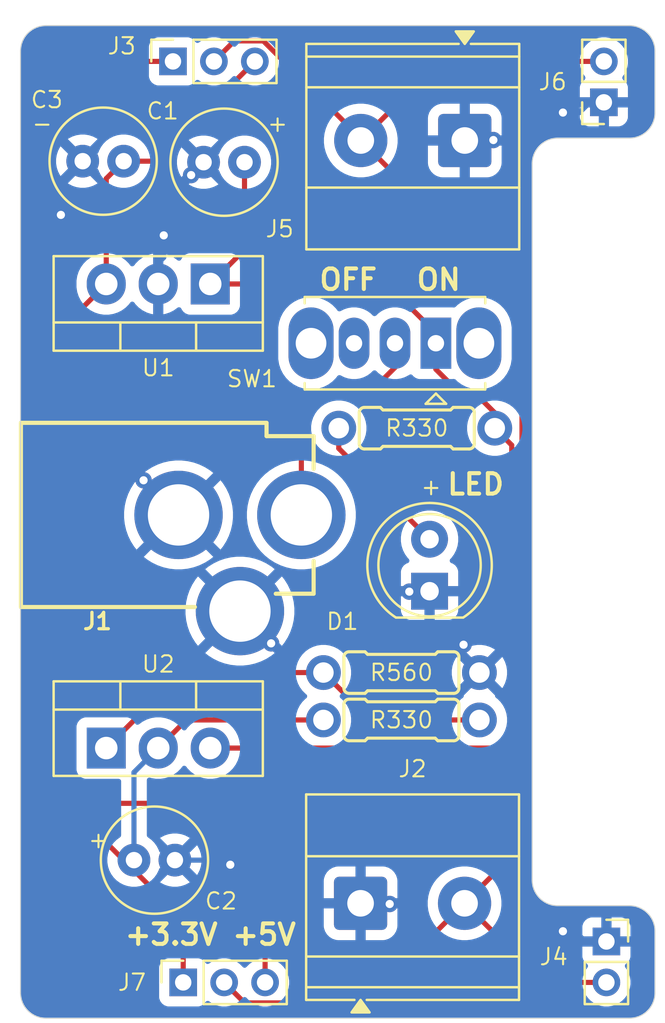
<source format=kicad_pcb>
(kicad_pcb (version 20241229) (generator "pcbnew") (generator_version "9.0")
  (layers (0 "F.Cu" signal) (2 "B.Cu" signal) (13 "F.Paste" user) (15 "B.Paste" user) (5 "F.SilkS" user "F.Silkscreen") (7 "B.SilkS" user "B.Silkscreen") (1 "F.Mask" user) (3 "B.Mask" user) (25 "Edge.Cuts" user))
  (net 0 "")
  (net 1 "GND")
  (net 2 "/+12V")
  (net 3 "/+3.3V")
  (net 4 "/+5V")
  (net 5 "Net-(D1-A)")
  (net 6 "/PWR_IN")
  (net 7 "/PWR_OUT")
  (net 8 "Net-(U2-ADJ)")
  (footprint "Capacitor_THT:C_Radial_D5.0mm_H11.0mm_P2.00mm" (layer "F.Cu") (at 126.04 92.875 180)
    (property "Reference" "C3" (at 3.75 3 0) (layer "F.SilkS") (effects (font (size 0.8 0.8) (thickness 0.1))))
    (property "Value" "0.1UF" (hide yes))
    (fp_circle (center 1 0) (end 3.620001 0) (stroke (width 0.12)) (fill no) (layer "F.SilkS"))
    (pad "1" thru_hole circle (at 0 0 180) (size 1.6 1.6) (drill 0.8) (layers "*.Cu" "*.Mask") (net 4 "/+5V"))
    (pad "2" thru_hole circle (at 2.000001 0 180) (size 1.6 1.6) (drill 0.8) (layers "*.Cu" "*.Mask") (net 1 "GND"))
  )
  (footprint "Connector_PinSocket_2.00mm:PinSocket_1x03_P2.00mm_Vertical" (layer "F.Cu") (at 128.95 133 90)
    (property "Reference" "J7" (at 0 -2.5 180) (layer "F.SilkS") (effects (font (size 0.8 0.8) (thickness 0.1))))
    (property "Value" "Conn_01x03_Pin" (hide yes))
    (fp_line (start 1.06 -1.06) (end 1.06 0) (stroke (width 0.12)) (layer "F.SilkS"))
    (fp_line (start 0 -1.06) (end 1.06 -1.06) (stroke (width 0.12)) (layer "F.SilkS"))
    (fp_line (start 1.06 1) (end 1.06 5.06) (stroke (width 0.12)) (layer "F.SilkS"))
    (fp_line (start -1.06 1) (end 1.06 1) (stroke (width 0.12)) (layer "F.SilkS"))
    (fp_line (start -1.06 1) (end -1.06 5.06) (stroke (width 0.12)) (layer "F.SilkS"))
    (fp_line (start -1.06 5.06) (end 1.06 5.06) (stroke (width 0.12)) (layer "F.SilkS"))
    (pad "1" thru_hole rect (at 0 0 90) (size 1.35 1.35) (drill 0.8) (layers "*.Cu" "*.Mask") (net 3 "/+3.3V"))
    (pad "2" thru_hole circle (at 0 2.000001 90) (size 1.35 1.35) (drill 0.8) (layers "*.Cu" "*.Mask") (net 7 "/PWR_OUT"))
    (pad "3" thru_hole circle (at 0 4 90) (size 1.35 1.35) (drill 0.8) (layers "*.Cu" "*.Mask") (net 4 "/+5V"))
  )
  (footprint "Package_TO_SOT_THT:TO-220-3_Vertical" (layer "F.Cu") (at 125.19 121.55)
    (property "Reference" "U2" (at 2.54 -4.1 0) (layer "F.SilkS") (effects (font (size 0.8 0.8) (thickness 0.1))))
    (property "Value" "LM317_TO-220" (hide yes))
    (fp_line (start -2.57 -3.260001) (end 7.65 -3.26) (stroke (width 0.12)) (layer "F.SilkS"))
    (fp_line (start -2.57 -1.88) (end 7.65 -1.88) (stroke (width 0.12)) (layer "F.SilkS"))
    (fp_line (start -2.57 1.36) (end -2.57 -3.260001) (stroke (width 0.12)) (layer "F.SilkS"))
    (fp_line (start 0.69 -3.26) (end 0.69 -1.88) (stroke (width 0.12)) (layer "F.SilkS"))
    (fp_line (start 4.39 -3.26) (end 4.39 -1.88) (stroke (width 0.12)) (layer "F.SilkS"))
    (fp_line (start 7.65 -3.26) (end 7.65 1.36) (stroke (width 0.12)) (layer "F.SilkS"))
    (fp_line (start 7.65 1.36) (end -2.57 1.36) (stroke (width 0.12)) (layer "F.SilkS"))
    (pad "1" thru_hole rect (at 0 0) (size 1.905 2) (drill 1.1) (layers "*.Cu" "*.Mask") (net 8 "Net-(U2-ADJ)"))
    (pad "2" thru_hole oval (at 2.54 0) (size 1.905 2) (drill 1.1) (layers "*.Cu" "*.Mask") (net 3 "/+3.3V"))
    (pad "3" thru_hole oval (at 5.079999 0) (size 1.905 2) (drill 1.1) (layers "*.Cu" "*.Mask") (net 2 "/+12V"))
  )
  (footprint "KRS_Library:Resistor_14w" (layer "F.Cu") (at 140.360282 105.920275 180)
    (property "Reference" "R330" (at 0 0 0) (layer "F.SilkS") (effects (font (size 0.8 0.8) (thickness 0.1))))
    (property "Value" "330" (hide yes))
    (fp_line (start 2.81 0.761999) (end 2.81 -0.761999) (stroke (width 0.1524)) (layer "F.SilkS"))
    (fp_line (start 1.777999 1.016) (end 2.555999 1.016) (stroke (width 0.1524)) (layer "F.SilkS"))
    (fp_line (start 1.777999 -1.016) (end 2.555999 -1.016) (stroke (width 0.1524)) (layer "F.SilkS"))
    (fp_line (start 1.651 0.889) (end 1.777999 1.016) (stroke (width 0.1524)) (layer "F.SilkS"))
    (fp_line (start 1.651 0.889) (end -1.651 0.889) (stroke (width 0.1524)) (layer "F.SilkS"))
    (fp_line (start 1.651 -0.889) (end 1.777999 -1.016) (stroke (width 0.1524)) (layer "F.SilkS"))
    (fp_line (start 1.651 -0.889) (end -1.651 -0.889) (stroke (width 0.1524)) (layer "F.SilkS"))
    (fp_line (start -1.651 0.889) (end -1.777999 1.016) (stroke (width 0.1524)) (layer "F.SilkS"))
    (fp_line (start -1.651 -0.889) (end -1.777999 -1.016) (stroke (width 0.1524)) (layer "F.SilkS"))
    (fp_line (start -2.555999 1.016) (end -1.777999 1.016) (stroke (width 0.1524)) (layer "F.SilkS"))
    (fp_line (start -2.555999 -1.016) (end -1.777999 -1.016) (stroke (width 0.1524)) (layer "F.SilkS"))
    (fp_line (start -2.81 0.761999) (end -2.81 -0.761999) (stroke (width 0.1524)) (layer "F.SilkS"))
    (fp_arc (start 2.81 0.761999) (mid 2.735605 0.941605) (end 2.555999 1.016) (stroke (width 0.1524)) (layer "F.SilkS"))
    (fp_arc (start 2.555999 -1.016) (mid 2.735605 -0.941605) (end 2.81 -0.761999) (stroke (width 0.1524)) (layer "F.SilkS"))
    (fp_arc (start -2.555999 1.016) (mid -2.735605 0.941605) (end -2.81 0.761999) (stroke (width 0.1524)) (layer "F.SilkS"))
    (fp_arc (start -2.81 -0.761999) (mid -2.735605 -0.941605) (end -2.555999 -1.016) (stroke (width 0.1524)) (layer "F.SilkS"))
    (pad "1" thru_hole circle (at -3.81 0 180) (size 1.7 1.7) (drill 1) (layers "*.Cu" "*.Mask") (net 2 "/+12V"))
    (pad "2" thru_hole circle (at 3.81 0 180) (size 1.7 1.7) (drill 1) (layers "*.Cu" "*.Mask") (net 5 "Net-(D1-A)"))
  )
  (footprint "Capacitor_THT:C_Radial_D5.0mm_H11.0mm_P2.00mm" (layer "F.Cu") (at 126.545 127.025)
    (property "Reference" "C2" (at 4.25 2 0) (layer "F.SilkS") (effects (font (size 0.8 0.8) (thickness 0.1))))
    (property "Value" "1UF" (hide yes))
    (fp_circle (center 1 0) (end 3.62 0) (stroke (width 0.12)) (fill no) (layer "F.SilkS"))
    (pad "1" thru_hole circle (at 0 0) (size 1.6 1.6) (drill 0.8) (layers "*.Cu" "*.Mask") (net 3 "/+3.3V"))
    (pad "2" thru_hole circle (at 2 0) (size 1.6 1.6) (drill 0.8) (layers "*.Cu" "*.Mask") (net 1 "GND"))
  )
  (footprint "Connector_PinSocket_2.00mm:PinSocket_1x03_P2.00mm_Vertical" (layer "F.Cu") (at 128.45 88 90)
    (property "Reference" "J3" (at 0.75 -2.5 180) (layer "F.SilkS") (effects (font (size 0.8 0.8) (thickness 0.1))))
    (property "Value" "Conn_01x03_Pin" (hide yes))
    (fp_line (start 1.06 -1.06) (end 1.06 0) (stroke (width 0.12)) (layer "F.SilkS"))
    (fp_line (start 0 -1.06) (end 1.06 -1.06) (stroke (width 0.12)) (layer "F.SilkS"))
    (fp_line (start 1.06 1) (end 1.06 5.06) (stroke (width 0.12)) (layer "F.SilkS"))
    (fp_line (start -1.06 1) (end 1.06 1) (stroke (width 0.12)) (layer "F.SilkS"))
    (fp_line (start -1.06 1) (end -1.06 5.06) (stroke (width 0.12)) (layer "F.SilkS"))
    (fp_line (start -1.06 5.06) (end 1.06 5.06) (stroke (width 0.12)) (layer "F.SilkS"))
    (pad "1" thru_hole rect (at 0 0 90) (size 1.35 1.35) (drill 0.8) (layers "*.Cu" "*.Mask") (net 3 "/+3.3V"))
    (pad "2" thru_hole circle (at 0 2.000001 90) (size 1.35 1.35) (drill 0.8) (layers "*.Cu" "*.Mask") (net 7 "/PWR_OUT"))
    (pad "3" thru_hole circle (at 0 4 90) (size 1.35 1.35) (drill 0.8) (layers "*.Cu" "*.Mask") (net 4 "/+5V"))
  )
  (footprint "Capacitor_THT:C_Radial_D5.0mm_H11.0mm_P2.00mm" (layer "F.Cu") (at 131.945 92.925 180)
    (property "Reference" "C1" (at 4 2.5 0) (layer "F.SilkS") (effects (font (size 0.8 0.8) (thickness 0.1))))
    (property "Value" "10UF" (hide yes))
    (fp_circle (center 1 0) (end 3.620001 0) (stroke (width 0.12)) (fill no) (layer "F.SilkS"))
    (pad "1" thru_hole circle (at 0 0 180) (size 1.6 1.6) (drill 0.8) (layers "*.Cu" "*.Mask") (net 2 "/+12V"))
    (pad "2" thru_hole circle (at 2.000001 0 180) (size 1.6 1.6) (drill 0.8) (layers "*.Cu" "*.Mask") (net 1 "GND"))
  )
  (footprint "Button_Switch_THT:SW_Slide_SPDT_Straight_CK_OS102011MS2Q" (layer "F.Cu") (at 141.295001 101.77 180)
    (property "Reference" "SW1" (at 8.99 -1.74 0) (layer "F.SilkS") (effects (font (size 0.8 0.8) (thickness 0.1))))
    (property "Value" "SW_SPDT" (hide yes))
    (fp_line (start 6.41 2.26) (end 6.41 1.95) (stroke (width 0.12)) (layer "F.SilkS"))
    (fp_line (start 6.41 2.26) (end -2.41 2.26) (stroke (width 0.12)) (layer "F.SilkS"))
    (fp_line (start 6.41 -2.26) (end 6.41 -1.95) (stroke (width 0.12)) (layer "F.SilkS"))
    (fp_line (start 0.499999 -2.96) (end -0.499999 -2.96) (stroke (width 0.12)) (layer "F.SilkS"))
    (fp_line (start 0 -2.46) (end 0.499999 -2.96) (stroke (width 0.12)) (layer "F.SilkS"))
    (fp_line (start -0.499999 -2.96) (end 0 -2.46) (stroke (width 0.12)) (layer "F.SilkS"))
    (fp_line (start -2.41 2.26) (end -2.41 1.95) (stroke (width 0.12)) (layer "F.SilkS"))
    (fp_line (start -2.41 -1.95) (end -2.41 -2.26) (stroke (width 0.12)) (layer "F.SilkS"))
    (fp_line (start -2.41 -2.26) (end 6.41 -2.26) (stroke (width 0.12)) (layer "F.SilkS"))
    (pad "" thru_hole oval (at -2.1 0 180) (size 2.2 3.5) (drill 1.5) (layers "*.Cu" "*.Mask"))
    (pad "" thru_hole oval (at 6.099999 0 180) (size 2.2 3.5) (drill 1.5) (layers "*.Cu" "*.Mask"))
    (pad "1" thru_hole rect (at 0 0 180) (size 1.5 2.5) (drill 0.8) (layers "*.Cu" "*.Mask") (net 2 "/+12V"))
    (pad "2" thru_hole oval (at 2.000001 0 180) (size 1.5 2.5) (drill 0.8) (layers "*.Cu" "*.Mask") (net 6 "/PWR_IN"))
    (pad "3" thru_hole oval (at 4 0 180) (size 1.5 2.5) (drill 0.8) (layers "*.Cu" "*.Mask"))
  )
  (footprint "KRS_Library:Resistor_14w" (layer "F.Cu") (at 139.610001 117.861)
    (property "Reference" "R560" (at 0 0 0) (layer "F.SilkS") (effects (font (size 0.8 0.8) (thickness 0.1))))
    (property "Value" "560" (hide yes))
    (fp_line (start -2.81 0.762) (end -2.81 -0.762) (stroke (width 0.1524)) (layer "F.SilkS"))
    (fp_line (start -2.556 -1.016) (end -1.778 -1.016) (stroke (width 0.1524)) (layer "F.SilkS"))
    (fp_line (start -2.556 1.016) (end -1.778 1.016) (stroke (width 0.1524)) (layer "F.SilkS"))
    (fp_line (start -1.651 -0.889) (end -1.778 -1.016) (stroke (width 0.1524)) (layer "F.SilkS"))
    (fp_line (start -1.651 0.889) (end -1.778 1.016) (stroke (width 0.1524)) (layer "F.SilkS"))
    (fp_line (start 1.651 -0.889) (end -1.651 -0.889) (stroke (width 0.1524)) (layer "F.SilkS"))
    (fp_line (start 1.651 -0.889) (end 1.778 -1.016) (stroke (width 0.1524)) (layer "F.SilkS"))
    (fp_line (start 1.651 0.889) (end -1.651 0.889) (stroke (width 0.1524)) (layer "F.SilkS"))
    (fp_line (start 1.651 0.889) (end 1.778 1.016) (stroke (width 0.1524)) (layer "F.SilkS"))
    (fp_line (start 1.778 -1.016) (end 2.556 -1.016) (stroke (width 0.1524)) (layer "F.SilkS"))
    (fp_line (start 1.778 1.016) (end 2.556 1.016) (stroke (width 0.1524)) (layer "F.SilkS"))
    (fp_line (start 2.81 0.762) (end 2.81 -0.762) (stroke (width 0.1524)) (layer "F.SilkS"))
    (fp_arc (start -2.81 -0.762) (mid -2.735605 -0.941605) (end -2.556 -1.016) (stroke (width 0.1524)) (layer "F.SilkS"))
    (fp_arc (start -2.556 1.016) (mid -2.735605 0.941605) (end -2.81 0.762) (stroke (width 0.1524)) (layer "F.SilkS"))
    (fp_arc (start 2.556 -1.016) (mid 2.735605 -0.941605) (end 2.81 -0.762) (stroke (width 0.1524)) (layer "F.SilkS"))
    (fp_arc (start 2.81 0.762) (mid 2.735605 0.941605) (end 2.556 1.016) (stroke (width 0.1524)) (layer "F.SilkS"))
    (pad "1" thru_hole circle (at -3.81 0) (size 1.7 1.7) (drill 1) (layers "*.Cu" "*.Mask") (net 8 "Net-(U2-ADJ)"))
    (pad "2" thru_hole circle (at 3.81 0) (size 1.7 1.7) (drill 1) (layers "*.Cu" "*.Mask") (net 1 "GND"))
  )
  (footprint "TerminalBlock_Phoenix:TerminalBlock_Phoenix_MKDS-1,5-2-5.08_1x02_P5.08mm_Horizontal" (layer "F.Cu") (at 142.705001 91.865 180)
    (property "Reference" "J5" (at 9.04 -4.32 0) (layer "F.SilkS") (effects (font (size 0.8 0.8) (thickness 0.1))))
    (property "Value" "3.5mm" (hide yes))
    (fp_line (start 7.74 -5.320001) (end 7.739999 4.72) (stroke (width 0.12)) (layer "F.SilkS"))
    (fp_line (start 7.739999 4.72) (end 0.3 4.72) (stroke (width 0.12)) (layer "F.SilkS"))
    (fp_line (start -0.3 4.72) (end -2.66 4.72) (stroke (width 0.12)) (layer "F.SilkS"))
    (fp_line (start -2.66 4.72) (end -2.66 -5.32) (stroke (width 0.12)) (layer "F.SilkS"))
    (fp_line (start -2.66 4.1) (end 7.74 4.1) (stroke (width 0.12)) (layer "F.SilkS"))
    (fp_line (start -2.66 2.600001) (end 7.74 2.6) (stroke (width 0.12)) (layer "F.SilkS"))
    (fp_line (start -2.66 -2.300001) (end 7.74 -2.3) (stroke (width 0.12)) (layer "F.SilkS"))
    (fp_line (start -2.66 -5.32) (end 7.74 -5.320001) (stroke (width 0.12)) (layer "F.SilkS"))
    (fp_poly (pts (xy 0 4.72) (xy 0.44 5.33) (xy -0.44 5.33)) (stroke (width 0.12)) (fill yes) (layer "F.SilkS"))
    (pad "1" thru_hole roundrect (at 0 0 180) (size 2.6 2.6) (drill 1.3) (layers "*.Cu" "*.Mask") (roundrect_rratio 0.096154) (net 1 "GND"))
    (pad "2" thru_hole circle (at 5.079999 0 180) (size 2.6 2.6) (drill 1.3) (layers "*.Cu" "*.Mask") (net 7 "/PWR_OUT"))
  )
  (footprint "Package_TO_SOT_THT:TO-220-3_Vertical" (layer "F.Cu") (at 130.27 98.875 180)
    (property "Reference" "U1" (at 2.54 -4.1 0) (layer "F.SilkS") (effects (font (size 0.8 0.8) (thickness 0.1))))
    (property "Value" "LM7805_TO220" (hide yes))
    (fp_line (start 7.65 1.36) (end -2.57 1.36) (stroke (width 0.12)) (layer "F.SilkS"))
    (fp_line (start 7.65 -3.26) (end 7.65 1.36) (stroke (width 0.12)) (layer "F.SilkS"))
    (fp_line (start 4.39 -3.26) (end 4.39 -1.88) (stroke (width 0.12)) (layer "F.SilkS"))
    (fp_line (start 0.69 -3.26) (end 0.69 -1.88) (stroke (width 0.12)) (layer "F.SilkS"))
    (fp_line (start -2.57 1.36) (end -2.57 -3.260001) (stroke (width 0.12)) (layer "F.SilkS"))
    (fp_line (start -2.57 -1.88) (end 7.65 -1.88) (stroke (width 0.12)) (layer "F.SilkS"))
    (fp_line (start -2.57 -3.260001) (end 7.65 -3.26) (stroke (width 0.12)) (layer "F.SilkS"))
    (pad "1" thru_hole rect (at 0 0 180) (size 1.905 2) (drill 1.1) (layers "*.Cu" "*.Mask") (net 2 "/+12V"))
    (pad "2" thru_hole oval (at 2.54 0 180) (size 1.905 2) (drill 1.1) (layers "*.Cu" "*.Mask") (net 1 "GND"))
    (pad "3" thru_hole oval (at 5.079999 0 180) (size 1.905 2) (drill 1.1) (layers "*.Cu" "*.Mask") (net 4 "/+5V"))
  )
  (footprint "Connector_PinSocket_2.00mm:PinSocket_1x02_P2.00mm_Vertical" (layer "F.Cu") (at 149.5 90 180)
    (property "Reference" "J6" (at 2.5 1 0) (layer "F.SilkS") (effects (font (size 0.8 0.8) (thickness 0.1))))
    (property "Value" "Conn_01x02_Pin" (hide yes))
    (fp_line (start 1.06 1) (end 1.06 3.06) (stroke (width 0.12)) (layer "F.SilkS"))
    (fp_line (start 1.06 -1.06) (end 1.06 0) (stroke (width 0.12)) (layer "F.SilkS"))
    (fp_line (start 0 -1.06) (end 1.06 -1.06) (stroke (width 0.12)) (layer "F.SilkS"))
    (fp_line (start -1.06 3.06) (end 1.06 3.06) (stroke (width 0.12)) (layer "F.SilkS"))
    (fp_line (start -1.06 1) (end 1.06 1) (stroke (width 0.12)) (layer "F.SilkS"))
    (fp_line (start -1.06 1) (end -1.06 3.06) (stroke (width 0.12)) (layer "F.SilkS"))
    (pad "1" thru_hole rect (at 0 0 180) (size 1.35 1.35) (drill 0.8) (layers "*.Cu" "*.Mask") (net 1 "GND"))
    (pad "2" thru_hole circle (at 0 2.000001 180) (size 1.35 1.35) (drill 0.8) (layers "*.Cu" "*.Mask") (net 7 "/PWR_OUT"))
  )
  (footprint "SparkFun-Connector:Barrel_Jack_PTH" (layer "F.Cu") (at 121.0216 110.159 -90)
    (property "Reference" "J1" (at 4.73 -4.527999 180) (layer "F.SilkS") (effects (font (size 0.8 0.8) (thickness 0.16) (bold yes)) (justify right top)))
    (property "Value" "Barrel_Jack_PTH" (hide yes))
    (fp_line (start 4.500001 0) (end -4.500001 0) (stroke (width 0.2032)) (layer "F.SilkS"))
    (fp_line (start 4.500001 0) (end 4.5 -8.5) (stroke (width 0.2032)) (layer "F.SilkS"))
    (fp_line (start -3.85 -11.999999) (end -3.85 -14.3) (stroke (width 0.2032)) (layer "F.SilkS"))
    (fp_line (start -4.5 -12) (end -4.500001 0) (stroke (width 0.2032)) (layer "F.SilkS"))
    (fp_line (start -4.5 -12) (end -3.85 -11.999999) (stroke (width 0.2032)) (layer "F.SilkS"))
    (fp_line (start -3.85 -14.3) (end -2.25 -14.3) (stroke (width 0.2032)) (layer "F.SilkS"))
    (fp_line (start 3.85 -14.3) (end 3.850001 -12.45) (stroke (width 0.2032)) (layer "F.SilkS"))
    (fp_line (start 3.85 -14.3) (end 2.25 -14.3) (stroke (width 0.2032)) (layer "F.SilkS"))
    (pad "1" thru_hole circle (at 0 -13.7 270) (size 4.318 4.318) (drill 2.9972) (layers "*.Cu" "*.Mask") (net 6 "/PWR_IN"))
    (pad "2" thru_hole circle (at 0 -7.7 270) (size 4.318 4.318) (drill 2.9972) (layers "*.Cu" "*.Mask") (net 1 "GND"))
    (pad "3" thru_hole circle (at 4.699999 -10.7) (size 4.318 4.318) (drill 2.9972) (layers "*.Cu" "*.Mask") (net 1 "GND"))
  )
  (footprint "Connector_PinSocket_2.00mm:PinSocket_1x02_P2.00mm_Vertical" (layer "F.Cu") (at 149.625 131)
    (property "Reference" "J4" (at -2.575 0.75 0) (layer "F.SilkS") (effects (font (size 0.8 0.8) (thickness 0.1))))
    (property "Value" "Conn_01x02_Pin" (hide yes))
    (fp_line (start -1.06 1) (end -1.06 3.06) (stroke (width 0.12)) (layer "F.SilkS"))
    (fp_line (start -1.06 1) (end 1.06 1) (stroke (width 0.12)) (layer "F.SilkS"))
    (fp_line (start -1.06 3.06) (end 1.06 3.06) (stroke (width 0.12)) (layer "F.SilkS"))
    (fp_line (start 0 -1.06) (end 1.06 -1.06) (stroke (width 0.12)) (layer "F.SilkS"))
    (fp_line (start 1.06 -1.06) (end 1.06 0) (stroke (width 0.12)) (layer "F.SilkS"))
    (fp_line (start 1.06 1) (end 1.06 3.06) (stroke (width 0.12)) (layer "F.SilkS"))
    (pad "1" thru_hole rect (at 0 0) (size 1.35 1.35) (drill 0.8) (layers "*.Cu" "*.Mask") (net 1 "GND"))
    (pad "2" thru_hole circle (at 0 2) (size 1.35 1.35) (drill 0.8) (layers "*.Cu" "*.Mask") (net 7 "/PWR_OUT"))
  )
  (footprint "LED_THT:LED_D5.0mm_FlatTop" (layer "F.Cu") (at 140.985 113.885 90)
    (property "Reference" "D1" (at -1.48 -4.26 180) (layer "F.SilkS") (effects (font (size 0.8 0.8) (thickness 0.1))))
    (property "Value" "LED" (hide yes))
    (fp_line (start -1.29 -1.64) (end -1.29 1.64) (stroke (width 0.12)) (layer "F.SilkS"))
    (fp_arc (start -1.29 -1.639512) (mid 2.124166 -2.917533) (end 4.31 0) (stroke (width 0.12)) (layer "F.SilkS"))
    (fp_arc (start 4.31 0) (mid 2.124166 2.917533) (end -1.29 1.639512) (stroke (width 0.12)) (layer "F.SilkS"))
    (fp_circle (center 1.270001 0) (end 3.770001 0) (stroke (width 0.12)) (fill no) (layer "F.SilkS"))
    (pad "1" thru_hole rect (at 0 0 90) (size 1.8 1.8) (drill 0.9) (layers "*.Cu" "*.Mask") (net 1 "GND"))
    (pad "2" thru_hole circle (at 2.54 0 90) (size 1.8 1.8) (drill 0.9) (layers "*.Cu" "*.Mask") (net 5 "Net-(D1-A)"))
  )
  (footprint "TerminalBlock_Phoenix:TerminalBlock_Phoenix_MKDS-1,5-2-5.08_1x02_P5.08mm_Horizontal" (layer "F.Cu") (at 137.615001 129.135)
    (property "Reference" "J2" (at 2.54 -6.57 0) (layer "F.SilkS") (effects (font (size 0.8 0.8) (thickness 0.1))))
    (property "Value" "3.5mm" (hide yes))
    (fp_line (start -2.66 -5.32) (end 7.74 -5.32) (stroke (width 0.12)) (layer "F.SilkS"))
    (fp_line (start -2.66 -2.3) (end 7.74 -2.3) (stroke (width 0.12)) (layer "F.SilkS"))
    (fp_line (start -2.66 2.6) (end 7.74 2.6) (stroke (width 0.12)) (layer "F.SilkS"))
    (fp_line (start -2.66 4.1) (end 7.74 4.1) (stroke (width 0.12)) (layer "F.SilkS"))
    (fp_line (start -2.66 4.72) (end -2.66 -5.32) (stroke (width 0.12)) (layer "F.SilkS"))
    (fp_line (start -0.3 4.72) (end -2.66 4.72) (stroke (width 0.12)) (layer "F.SilkS"))
    (fp_line (start 7.74 -5.32) (end 7.74 4.72) (stroke (width 0.12)) (layer "F.SilkS"))
    (fp_line (start 7.74 4.72) (end 0.3 4.72) (stroke (width 0.12)) (layer "F.SilkS"))
    (fp_poly (pts (xy 0 4.72) (xy 0.44 5.33) (xy -0.44 5.33)) (stroke (width 0.12)) (fill yes) (layer "F.SilkS"))
    (pad "1" thru_hole roundrect (at 0 0) (size 2.6 2.6) (drill 1.3) (layers "*.Cu" "*.Mask") (roundrect_rratio 0.096154) (net 1 "GND"))
    (pad "2" thru_hole circle (at 5.08 0) (size 2.6 2.6) (drill 1.3) (layers "*.Cu" "*.Mask") (net 7 "/PWR_OUT"))
  )
  (footprint "KRS_Library:Resistor_14w" (layer "F.Cu") (at 139.610001 120.1766)
    (property "Reference" "R330" (at 0 0 0) (layer "F.SilkS") (effects (font (size 0.8 0.8) (thickness 0.1))))
    (property "Value" "330" (hide yes))
    (fp_line (start -2.81 0.762) (end -2.81 -0.762) (stroke (width 0.1524)) (layer "F.SilkS"))
    (fp_line (start -2.556 -1.016) (end -1.778 -1.016) (stroke (width 0.1524)) (layer "F.SilkS"))
    (fp_line (start -2.556 1.016) (end -1.778 1.016) (stroke (width 0.1524)) (layer "F.SilkS"))
    (fp_line (start -1.651 -0.889) (end -1.778 -1.016) (stroke (width 0.1524)) (layer "F.SilkS"))
    (fp_line (start -1.651 0.889) (end -1.778 1.016) (stroke (width 0.1524)) (layer "F.SilkS"))
    (fp_line (start 1.651 -0.889) (end -1.651 -0.889) (stroke (width 0.1524)) (layer "F.SilkS"))
    (fp_line (start 1.651 -0.889) (end 1.778 -1.016) (stroke (width 0.1524)) (layer "F.SilkS"))
    (fp_line (start 1.651 0.889) (end -1.651 0.889) (stroke (width 0.1524)) (layer "F.SilkS"))
    (fp_line (start 1.651 0.889) (end 1.778 1.016) (stroke (width 0.1524)) (layer "F.SilkS"))
    (fp_line (start 1.778 -1.016) (end 2.556 -1.016) (stroke (width 0.1524)) (layer "F.SilkS"))
    (fp_line (start 1.778 1.016) (end 2.556 1.016) (stroke (width 0.1524)) (layer "F.SilkS"))
    (fp_line (start 2.81 0.762) (end 2.81 -0.762) (stroke (width 0.1524)) (layer "F.SilkS"))
    (fp_arc (start -2.81 -0.762) (mid -2.735605 -0.941605) (end -2.556 -1.016) (stroke (width 0.1524)) (layer "F.SilkS"))
    (fp_arc (start -2.556 1.016) (mid -2.735605 0.941605) (end -2.81 0.762) (stroke (width 0.1524)) (layer "F.SilkS"))
    (fp_arc (start 2.556 -1.016) (mid 2.735605 -0.941605) (end 2.81 -0.762) (stroke (width 0.1524)) (layer "F.SilkS"))
    (fp_arc (start 2.81 0.762) (mid 2.735605 0.941605) (end 2.556 1.016) (stroke (width 0.1524)) (layer "F.SilkS"))
    (pad "1" thru_hole circle (at -3.81 0) (size 1.7 1.7) (drill 1) (layers "*.Cu" "*.Mask") (net 3 "/+3.3V"))
    (pad "2" thru_hole circle (at 3.81 0) (size 1.7 1.7) (drill 1) (layers "*.Cu" "*.Mask") (net 8 "Net-(U2-ADJ)"))
  )
  (gr_arc (start 122.25 134.75) (mid 121.366117 134.383883) (end 121 133.5) (stroke (width 0.05)) (layer "Edge.Cuts"))
  (gr_line (start 147.25 91.75) (end 150.75 91.75) (stroke (width 0.05)) (layer "Edge.Cuts"))
  (gr_arc (start 152 133.5) (mid 151.633883 134.383883) (end 150.75 134.75) (stroke (width 0.05)) (layer "Edge.Cuts"))
  (gr_line (start 122.25 134.75) (end 150.75 134.75) (stroke (width 0.05)) (layer "Edge.Cuts"))
  (gr_line (start 150.75 129.25) (end 147.25 129.25) (stroke (width 0.05)) (layer "Edge.Cuts"))
  (gr_line (start 152 133.5) (end 152 130.5) (stroke (width 0.05)) (layer "Edge.Cuts"))
  (gr_arc (start 121 87.5) (mid 121.366117 86.616117) (end 122.25 86.25) (stroke (width 0.05)) (layer "Edge.Cuts"))
  (gr_line (start 152 90.5) (end 152 87.5) (stroke (width 0.05)) (layer "Edge.Cuts"))
  (gr_line (start 121 87.5) (end 121 133.5) (stroke (width 0.05)) (layer "Edge.Cuts"))
  (gr_line (start 146 128) (end 146 93) (stroke (width 0.05)) (layer "Edge.Cuts"))
  (gr_arc (start 150.75 86.25) (mid 151.633883 86.616117) (end 152 87.5) (stroke (width 0.05)) (layer "Edge.Cuts"))
  (gr_arc (start 147.25 129.25) (mid 146.366117 128.883883) (end 146 128) (stroke (width 0.05)) (layer "Edge.Cuts"))
  (gr_arc (start 150.75 129.25) (mid 151.633883 129.616117) (end 152 130.5) (stroke (width 0.05)) (layer "Edge.Cuts"))
  (gr_arc (start 152 90.5) (mid 151.633883 91.383883) (end 150.75 91.75) (stroke (width 0.05)) (layer "Edge.Cuts"))
  (gr_arc (start 146 93) (mid 146.366117 92.116117) (end 147.25 91.75) (stroke (width 0.05)) (layer "Edge.Cuts"))
  (gr_line (start 150.75 86.25) (end 122.25 86.25) (stroke (width 0.05)) (layer "Edge.Cuts"))
  (gr_text "ON" (at 140.25 99.25 0) (layer "F.SilkS") (effects (font (size 1 1) (thickness 0.2) (bold yes)) (justify left bottom)))
  (gr_text "-" (at 121.5 91.5 0) (layer "F.SilkS") (effects (font (size 0.8 0.8) (thickness 0.1)) (justify left bottom)))
  (gr_text "+" (at 124.25 126.5 0) (layer "F.SilkS") (effects (font (size 0.8 0.8) (thickness 0.1)) (justify left bottom)))
  (gr_text "+5V" (at 131.25 131.25 0) (layer "F.SilkS") (effects (font (size 1 1) (thickness 0.2) (bold yes)) (justify left bottom)))
  (gr_text "OFF" (at 135.5 99.25 0) (layer "F.SilkS") (effects (font (size 1 1) (thickness 0.2) (bold yes)) (justify left bottom)))
  (gr_text "+" (at 133 91.5 0) (layer "F.SilkS") (effects (font (size 0.8 0.8) (thickness 0.1)) (justify left bottom)))
  (gr_text "LED" (at 141.75 109.25 0) (layer "F.SilkS") (effects (font (size 1 1) (thickness 0.2) (bold yes)) (justify left bottom)))
  (gr_text "+3.3V" (at 126 131.25 0) (layer "F.SilkS") (effects (font (size 1 1) (thickness 0.2) (bold yes)) (justify left bottom)))
  (gr_text "+" (at 140.5 109.25 0) (layer "F.SilkS") (effects (font (size 0.8 0.8) (thickness 0.1)) (justify left bottom)))
  (segment (start 149.239 89.739) (end 149.5 90) (width 0.25) (layer "F.Cu") (net 1))
  (via (at 139.994502 113.907294) (size 0.8) (drill 0.4) (layers "F.Cu" "B.Cu") (net 1))
  (via (at 122.975 95.5) (size 0.8) (drill 0.4) (layers "F.Cu" "B.Cu") (net 1))
  (via (at 139.037091 129.168689) (size 0.8) (drill 0.4) (layers "F.Cu" "B.Cu") (net 1))
  (via (at 144.102344 91.842094) (size 0.8) (drill 0.4) (layers "F.Cu" "B.Cu") (net 1))
  (via (at 147.5 130.5) (size 0.8) (drill 0.4) (layers "F.Cu" "B.Cu") (net 1))
  (via (at 131.25 127.25) (size 0.8) (drill 0.4) (layers "F.Cu" "B.Cu") (net 1))
  (via (at 142.645551 116.5) (size 0.8) (drill 0.4) (layers "F.Cu" "B.Cu") (net 1))
  (via (at 127.013114 108.466185) (size 0.8) (drill 0.4) (layers "F.Cu" "B.Cu") (net 1))
  (via (at 129.337212 93.555168) (size 0.8) (drill 0.4) (layers "F.Cu" "B.Cu") (net 1))
  (via (at 133.24517 116.433214) (size 0.8) (drill 0.4) (layers "F.Cu" "B.Cu") (net 1))
  (via (at 147.5 90.5) (size 0.8) (drill 0.4) (layers "F.Cu" "B.Cu") (net 1))
  (via (at 128 96.5) (size 0.8) (drill 0.4) (layers "F.Cu" "B.Cu") (net 1))
  (segment (start 128.545 127.455) (end 128.545 127.525) (width 0.25) (layer "B.Cu") (net 1))
  (segment (start 128 97.579509) (end 127.73 97.849509) (width 0.25) (layer "B.Cu") (net 1))
  (segment (start 148.091163 130.5) (end 148.591163 131) (width 0.25) (layer "B.Cu") (net 1))
  (segment (start 140.016796 113.885) (end 139.994502 113.907294) (width 0.25) (layer "B.Cu") (net 1))
  (segment (start 128.7216 110.159) (end 128.705929 110.159) (width 0.25) (layer "B.Cu") (net 1))
  (segment (start 123.985364 92.875) (end 124.039999 92.875) (width 0.25) (layer "B.Cu") (net 1))
  (segment (start 142.705001 91.865) (end 144.079438 91.865) (width 0.25) (layer "B.Cu") (net 1))
  (segment (start 147.5 130.5) (end 148.091163 130.5) (width 0.25) (layer "B.Cu") (net 1))
  (segment (start 129.944999 92.947381) (end 129.337212 93.555168) (width 0.25) (layer "B.Cu") (net 1))
  (segment (start 123 95.475) (end 123 93.860364) (width 0.25) (layer "B.Cu") (net 1))
  (segment (start 131.7216 114.858999) (end 131.7216 114.909644) (width 0.25) (layer "B.Cu") (net 1))
  (segment (start 137.615001 129.135) (end 139.003402 129.135) (width 0.25) (layer "B.Cu") (net 1))
  (segment (start 129.944999 92.925) (end 129.944999 92.947381) (width 0.25) (layer "B.Cu") (net 1))
  (segment (start 131.7216 114.909644) (end 133.24517 116.433214) (width 0.25) (layer "B.Cu") (net 1))
  (segment (start 148.809876 90) (end 149.5 90) (width 0.25) (layer "B.Cu") (net 1))
  (segment (start 142.645551 117.08655) (end 143.420001 117.861) (width 0.25) (layer "B.Cu") (net 1))
  (segment (start 128 96.5) (end 128 97.579509) (width 0.25) (layer "B.Cu") (net 1))
  (segment (start 148.309876 90.5) (end 148.809876 90) (width 0.25) (layer "B.Cu") (net 1))
  (segment (start 123 93.860364) (end 123.985364 92.875) (width 0.25) (layer "B.Cu") (net 1))
  (segment (start 128.75 127.25) (end 128.545 127.455) (width 0.25) (layer "B.Cu") (net 1))
  (segment (start 122.975 95.5) (end 123 95.475) (width 0.25) (layer "B.Cu") (net 1))
  (segment (start 140.985 113.885) (end 140.016796 113.885) (width 0.25) (layer "B.Cu") (net 1))
  (segment (start 144.079438 91.865) (end 144.102344 91.842094) (width 0.25) (layer "B.Cu") (net 1))
  (segment (start 147.5 90.5) (end 148.309876 90.5) (width 0.25) (layer "B.Cu") (net 1))
  (segment (start 142.645551 116.5) (end 142.645551 117.08655) (width 0.25) (layer "B.Cu") (net 1))
  (segment (start 131.025 127.025) (end 131.25 127.25) (width 0.25) (layer "B.Cu") (net 1))
  (segment (start 128.545 127.025) (end 131.025 127.025) (width 0.25) (layer "B.Cu") (net 1))
  (segment (start 128.705929 110.159) (end 127.013114 108.466185) (width 0.25) (layer "B.Cu") (net 1))
  (segment (start 127.73 97.849509) (end 127.73 98.875) (width 0.25) (layer "B.Cu") (net 1))
  (segment (start 128.612237 127.525) (end 128.545 127.525) (width 0.25) (layer "B.Cu") (net 1))
  (segment (start 139.003402 129.135) (end 139.037091 129.168689) (width 0.25) (layer "B.Cu") (net 1))
  (segment (start 148.591163 131) (end 149.625 131) (width 0.25) (layer "B.Cu") (net 1))
  (segment (start 142.750007 104.5) (end 143.5 104.5) (width 0.25) (layer "F.Cu") (net 2))
  (segment (start 138.900001 98.875) (end 141.295001 101.27) (width 0.25) (layer "F.Cu") (net 2))
  (segment (start 130.27 98.875) (end 138.900001 98.875) (width 0.25) (layer "F.Cu") (net 2))
  (segment (start 131.945 92.925) (end 131.945 97.2) (width 0.25) (layer "F.Cu") (net 2))
  (segment (start 141.295001 101.27) (end 141.295001 101.77) (width 0.25) (layer "F.Cu") (net 2))
  (segment (start 131.945 97.2) (end 130.27 98.875) (width 0.25) (layer "F.Cu") (net 2))
  (segment (start 144.390002 121.55) (end 145 120.940002) (width 0.25) (layer "F.Cu") (net 2))
  (segment (start 145 106.749993) (end 144.170282 105.920275) (width 0.25) (layer "F.Cu") (net 2))
  (segment (start 145 120.940002) (end 145 106.749993) (width 0.25) (layer "F.Cu") (net 2))
  (segment (start 143.5 104.5) (end 144.170282 105.170282) (width 0.25) (layer "F.Cu") (net 2))
  (segment (start 130.269999 121.55) (end 144.390002 121.55) (width 0.25) (layer "F.Cu") (net 2))
  (segment (start 141.295001 103.044994) (end 142.750007 104.5) (width 0.25) (layer "F.Cu") (net 2))
  (segment (start 141.295001 101.77) (end 141.295001 103.044994) (width 0.25) (layer "F.Cu") (net 2))
  (segment (start 144.170282 105.170282) (end 144.170282 105.920275) (width 0.25) (layer "F.Cu") (net 2))
  (segment (start 129.1034 120.1766) (end 135.800001 120.1766) (width 0.25) (layer "F.Cu") (net 3))
  (segment (start 128.95 129.93) (end 126.545 127.525) (width 0.25) (layer "F.Cu") (net 3))
  (segment (start 122.25 123.23) (end 126.545 127.525) (width 0.25) (layer "F.Cu") (net 3))
  (segment (start 126.545 127.525) (end 126.805572 127.525) (width 0.25) (layer "F.Cu") (net 3))
  (segment (start 126 88) (end 122.25 91.75) (width 0.25) (layer "F.Cu") (net 3))
  (segment (start 122.25 91.75) (end 122.25 123.23) (width 0.25) (layer "F.Cu") (net 3))
  (segment (start 127.73 121.55) (end 129.1034 120.1766) (width 0.25) (layer "F.Cu") (net 3))
  (segment (start 128.45 88) (end 126 88) (width 0.25) (layer "F.Cu") (net 3))
  (segment (start 128.95 133) (end 128.95 129.93) (width 0.25) (layer "F.Cu") (net 3))
  (segment (start 126.545 122.735) (end 127.73 121.55) (width 0.25) (layer "B.Cu") (net 3))
  (segment (start 126.545 122.735) (end 126.545 127.025) (width 0.25) (layer "B.Cu") (net 3))
  (segment (start 123.90781 124.25) (end 129.5 124.25) (width 0.25) (layer "F.Cu") (net 4))
  (segment (start 125.190001 98.875) (end 125.190001 93.724999) (width 0.25) (layer "F.Cu") (net 4))
  (segment (start 127.575 92.875) (end 126.04 92.875) (width 0.25) (layer "F.Cu") (net 4))
  (segment (start 132.95 127.7) (end 132.95 133) (width 0.25) (layer "F.Cu") (net 4))
  (segment (start 125.190001 98.875) (end 123.5 100.565001) (width 0.25) (layer "F.Cu") (net 4))
  (segment (start 123.5 100.565001) (end 123.5 123.84219) (width 0.25) (layer "F.Cu") (net 4))
  (segment (start 123.5 123.84219) (end 123.90781 124.25) (width 0.25) (layer "F.Cu") (net 4))
  (segment (start 132.45 88) (end 127.575 92.875) (width 0.25) (layer "F.Cu") (net 4))
  (segment (start 125.190001 93.724999) (end 126.04 92.875) (width 0.25) (layer "F.Cu") (net 4))
  (segment (start 129.5 124.25) (end 132.95 127.7) (width 0.25) (layer "F.Cu") (net 4))
  (segment (start 140.985 111.345) (end 136.550001 106.910001) (width 0.25) (layer "F.Cu") (net 5))
  (segment (start 136.550001 105.920556) (end 136.550282 105.920275) (width 0.25) (layer "F.Cu") (net 5))
  (segment (start 136.550001 106.910001) (end 136.550001 105.920556) (width 0.25) (layer "F.Cu") (net 5))
  (segment (start 140.985 110.919399) (end 140.985 111.345) (width 0.25) (layer "F.Cu") (net 5))
  (segment (start 141.410601 111.345) (end 141.735 111.345) (width 0.25) (layer "F.Cu") (net 5))
  (segment (start 138.5 103.75) (end 139.295 102.955) (width 0.25) (layer "F.Cu") (net 6))
  (segment (start 134.7216 110.159) (end 134.7216 105.473707) (width 0.25) (layer "F.Cu") (net 6))
  (segment (start 134.7216 105.473707) (end 136.445307 103.75) (width 0.25) (layer "F.Cu") (net 6))
  (segment (start 136.445307 103.75) (end 138.5 103.75) (width 0.25) (layer "F.Cu") (net 6))
  (segment (start 139.295 102.955) (end 139.295 101.77) (width 0.25) (layer "F.Cu") (net 6))
  (segment (start 142.695001 129.135) (end 145.5 126.330001) (width 0.25) (layer "F.Cu") (net 7))
  (segment (start 141.490003 87.999999) (end 137.625002 91.865) (width 0.25) (layer "F.Cu") (net 7))
  (segment (start 131.451001 86.999) (end 130.450001 88) (width 0.25) (layer "F.Cu") (net 7))
  (segment (start 130.950001 133) (end 131.951001 134.001) (width 0.25) (layer "F.Cu") (net 7))
  (segment (start 146.560001 133) (end 142.695001 129.135) (width 0.25) (layer "F.Cu") (net 7))
  (segment (start 149.5 87.999999) (end 141.490003 87.999999) (width 0.25) (layer "F.Cu") (net 7))
  (segment (start 149.625 133) (end 146.560001 133) (width 0.25) (layer "F.Cu") (net 7))
  (segment (start 137.625002 91.759374) (end 132.864628 86.999) (width 0.25) (layer "F.Cu") (net 7))
  (segment (start 137.829001 134.001) (end 142.695001 129.135) (width 0.25) (layer "F.Cu") (net 7))
  (segment (start 137.625002 91.865) (end 137.625002 91.759374) (width 0.25) (layer "F.Cu") (net 7))
  (segment (start 131.951001 134.001) (end 137.829001 134.001) (width 0.25) (layer "F.Cu") (net 7))
  (segment (start 132.864628 86.999) (end 131.451001 86.999) (width 0.25) (layer "F.Cu") (net 7))
  (segment (start 145.5 99.739998) (end 137.625002 91.865) (width 0.25) (layer "F.Cu") (net 7))
  (segment (start 145.5 126.330001) (end 145.5 99.739998) (width 0.25) (layer "F.Cu") (net 7))
  (segment (start 138.115601 120.1766) (end 143.420001 120.1766) (width 0.25) (layer "F.Cu") (net 8))
  (segment (start 125.19 121.55) (end 128.879 117.861) (width 0.25) (layer "F.Cu") (net 8))
  (segment (start 128.879 117.861) (end 135.800001 117.861) (width 0.25) (layer "F.Cu") (net 8))
  (segment (start 135.800001 117.861) (end 138.115601 120.1766) (width 0.25) (layer "F.Cu") (net 8))
  (zone (net 1) (net_name "GND") (layer "B.Cu") (connect_pads (clearance 0.5)) (min_thickness 0.25) (fill yes (thermal_gap 0.5) (thermal_bridge_width 0.5))
    (polygon (pts (xy 120 85) (xy 120.5 135) (xy 152.5 135) (xy 152.5 85)))
  )
)
</source>
